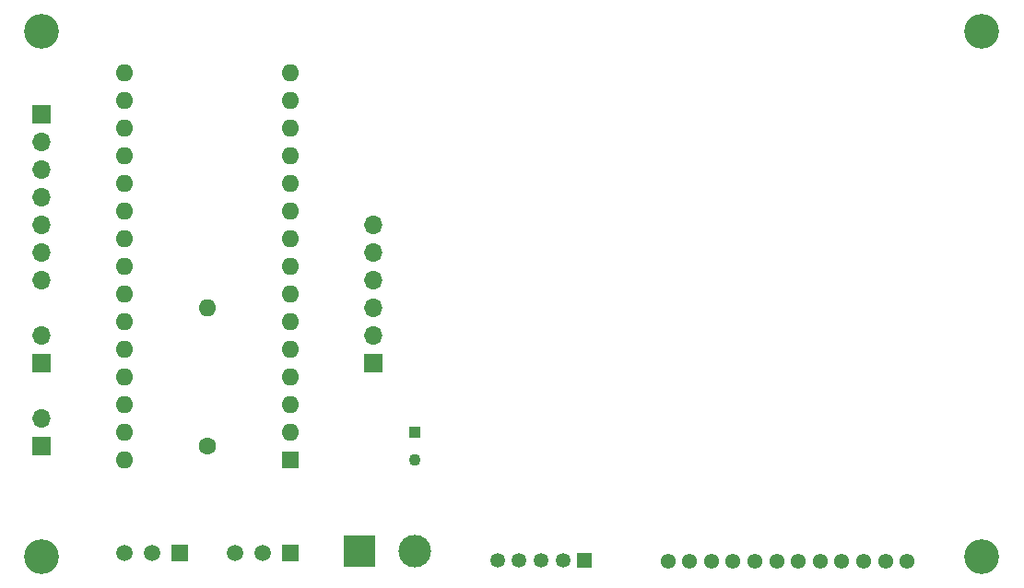
<source format=gbs>
%TF.GenerationSoftware,KiCad,Pcbnew,(6.0.8)*%
%TF.CreationDate,2023-02-04T19:59:28+01:00*%
%TF.ProjectId,Research Prototype,52657365-6172-4636-9820-50726f746f74,rev?*%
%TF.SameCoordinates,Original*%
%TF.FileFunction,Soldermask,Bot*%
%TF.FilePolarity,Negative*%
%FSLAX46Y46*%
G04 Gerber Fmt 4.6, Leading zero omitted, Abs format (unit mm)*
G04 Created by KiCad (PCBNEW (6.0.8)) date 2023-02-04 19:59:28*
%MOMM*%
%LPD*%
G01*
G04 APERTURE LIST*
%ADD10C,3.200000*%
%ADD11R,1.700000X1.700000*%
%ADD12O,1.700000X1.700000*%
%ADD13R,1.600000X1.600000*%
%ADD14O,1.600000X1.600000*%
%ADD15R,1.500000X1.500000*%
%ADD16C,1.500000*%
%ADD17R,1.350000X1.350000*%
%ADD18C,1.350000*%
%ADD19R,3.000000X3.000000*%
%ADD20C,3.000000*%
%ADD21C,1.600000*%
%ADD22C,1.381000*%
%ADD23R,1.100000X1.100000*%
%ADD24C,1.100000*%
G04 APERTURE END LIST*
D10*
X120650000Y-49530000D03*
D11*
X120650000Y-87630000D03*
D12*
X120650000Y-85090000D03*
D13*
X143500000Y-88900000D03*
D14*
X143500000Y-86360000D03*
X143500000Y-83820000D03*
X143500000Y-81280000D03*
X143500000Y-78740000D03*
X143500000Y-76200000D03*
X143500000Y-73660000D03*
X143500000Y-71120000D03*
X143500000Y-68580000D03*
X143500000Y-66040000D03*
X143500000Y-63500000D03*
X143500000Y-60960000D03*
X143500000Y-58420000D03*
X143500000Y-55880000D03*
X143500000Y-53340000D03*
X128260000Y-53340000D03*
X128260000Y-55880000D03*
X128260000Y-58420000D03*
X128260000Y-60960000D03*
X128260000Y-63500000D03*
X128260000Y-66040000D03*
X128260000Y-68580000D03*
X128260000Y-71120000D03*
X128260000Y-73660000D03*
X128260000Y-76200000D03*
X128260000Y-78740000D03*
X128260000Y-81280000D03*
X128260000Y-83820000D03*
X128260000Y-86360000D03*
X128260000Y-88900000D03*
D15*
X143510000Y-97461000D03*
D16*
X140970000Y-97461000D03*
X138430000Y-97461000D03*
D11*
X151130000Y-80010000D03*
D12*
X151130000Y-77470000D03*
X151130000Y-74930000D03*
X151130000Y-72390000D03*
X151130000Y-69850000D03*
X151130000Y-67310000D03*
D11*
X120650000Y-57150000D03*
D12*
X120650000Y-59690000D03*
X120650000Y-62230000D03*
X120650000Y-64770000D03*
X120650000Y-67310000D03*
X120650000Y-69850000D03*
X120650000Y-72390000D03*
D17*
X170520000Y-98098000D03*
D18*
X168520000Y-98098000D03*
X166520000Y-98098000D03*
X164520000Y-98098000D03*
X162520000Y-98098000D03*
D19*
X149860000Y-97282000D03*
D20*
X154940000Y-97282000D03*
D21*
X135890000Y-87630000D03*
D14*
X135890000Y-74930000D03*
D10*
X207010000Y-49530000D03*
D22*
X200152000Y-98244000D03*
X198152000Y-98244000D03*
X196152000Y-98244000D03*
X194152000Y-98244000D03*
X192152000Y-98244000D03*
X190152000Y-98244000D03*
X188152000Y-98244000D03*
X186152000Y-98244000D03*
X184152000Y-98244000D03*
X182152000Y-98244000D03*
X180152000Y-98244000D03*
X178152000Y-98244000D03*
D23*
X154940000Y-86400000D03*
D24*
X154940000Y-88900000D03*
D11*
X120650000Y-80010000D03*
D12*
X120650000Y-77470000D03*
D15*
X133350000Y-97461000D03*
D16*
X130810000Y-97461000D03*
X128270000Y-97461000D03*
D10*
X120650000Y-97790000D03*
X207010000Y-97790000D03*
M02*

</source>
